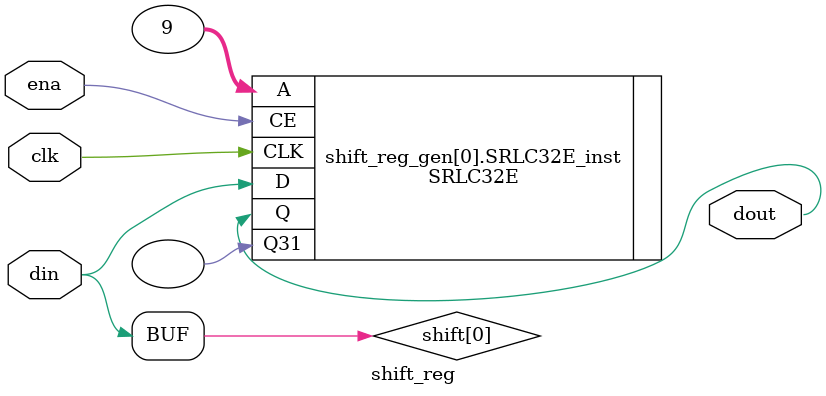
<source format=v>

module shift_reg #(

  // parameters

  parameter   WIDTH = 1,
  parameter   DEPTH = 10,

  // derived parameters

  localparam  NUM_CASCADE = (DEPTH - 1) / 32,
  localparam  DEPTH_LAST  = DEPTH - NUM_CASCADE * 32,

  // bit width parameters

  localparam  W0 = WIDTH - 1,
  localparam  W1 = NUM_CASCADE

) (

  // master interface

  input             clk,
  input             ena,

  // data interface

  input   [ W0:0]   din,
  output  [ W0:0]   dout

);

  // internal signals

  wire    [ W1:0]   shift[W0:0];

  // shift register implementation

  generate
  genvar i, j;
  for (i = 0; i < WIDTH; i = i + 1) begin : shift_reg_gen

    // assign input

    assign shift[i][W1] = din[i];

    // srl32 shift

    for (j = 0; j < NUM_CASCADE; j = j + 1) begin : srl32_shift
      SRLC32E #(
        .INIT (32'b0)
      ) SRLC32E_inst (
        .Q (),
        .Q31 (shift[i][j]),
        .A (5'd31),
        .CE (ena),
        .CLK (clk),
        .D (shift[i][j+1])
      );
    end

    // final shift register LUT

    SRLC32E #(
      .INIT (32'b0)
    ) SRLC32E_inst (
      .Q (dout[i]),
      .Q31 (),
      .A (DEPTH_LAST - 1),
      .CE (ena),
      .CLK (clk),
      .D (shift[i][0])
    );

  end
  endgenerate

endmodule

////////////////////////////////////////////////////////////////////////////////
////////////////////////////////////////////////////////////////////////////////

</source>
